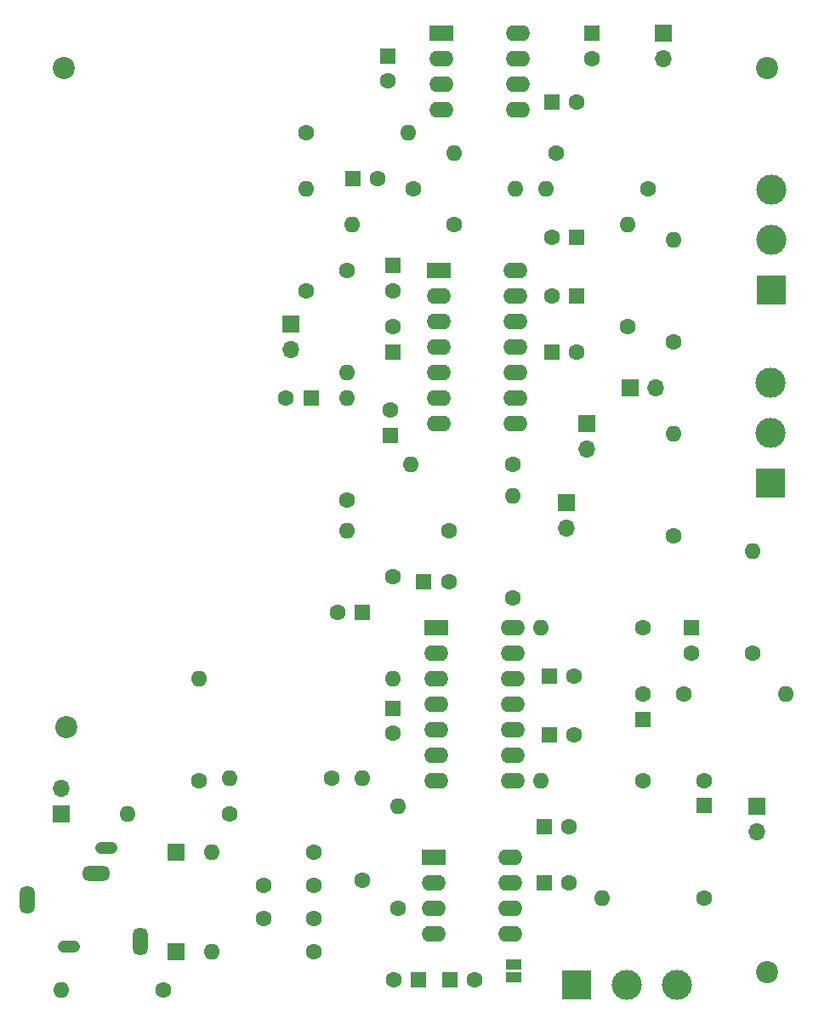
<source format=gbr>
%TF.GenerationSoftware,KiCad,Pcbnew,8.0.4*%
%TF.CreationDate,2025-08-19T11:58:48+03:00*%
%TF.ProjectId,EEG_PCB,4545475f-5043-4422-9e6b-696361645f70,rev?*%
%TF.SameCoordinates,Original*%
%TF.FileFunction,Soldermask,Top*%
%TF.FilePolarity,Negative*%
%FSLAX46Y46*%
G04 Gerber Fmt 4.6, Leading zero omitted, Abs format (unit mm)*
G04 Created by KiCad (PCBNEW 8.0.4) date 2025-08-19 11:58:48*
%MOMM*%
%LPD*%
G01*
G04 APERTURE LIST*
%ADD10R,1.700000X1.700000*%
%ADD11O,1.700000X1.700000*%
%ADD12C,2.200000*%
%ADD13O,1.511200X2.819200*%
%ADD14O,2.219200X1.211200*%
%ADD15O,2.819200X1.511200*%
%ADD16R,1.600000X1.600000*%
%ADD17C,1.600000*%
%ADD18O,1.600000X1.600000*%
%ADD19R,2.400000X1.600000*%
%ADD20O,2.400000X1.600000*%
%ADD21R,3.000000X3.000000*%
%ADD22C,3.000000*%
%ADD23R,1.500000X1.000000*%
G04 APERTURE END LIST*
D10*
%TO.C,J10*%
X144780000Y-124206000D03*
D11*
X144780000Y-121666000D03*
%TD*%
D12*
%TO.C,H4*%
X145288000Y-115570000D03*
%TD*%
%TO.C,H3*%
X215000000Y-140000000D03*
%TD*%
%TO.C,H2*%
X215000000Y-50000000D03*
%TD*%
%TO.C,H1*%
X145000000Y-50000000D03*
%TD*%
D13*
%TO.C,J2*%
X141354000Y-132806000D03*
D14*
X149254000Y-127606000D03*
D15*
X148254000Y-130206000D03*
D13*
X152654000Y-136906000D03*
D14*
X145554000Y-137406000D03*
%TD*%
D16*
%TO.C,C2*%
X193588000Y-53340000D03*
D17*
X196088000Y-53340000D03*
%TD*%
D18*
%TO.C,R6*%
X159766000Y-128016000D03*
D17*
X169926000Y-128016000D03*
%TD*%
D16*
%TO.C,C6*%
X177800000Y-78232000D03*
D17*
X177800000Y-75732000D03*
%TD*%
D18*
%TO.C,R21*%
X189992000Y-61976000D03*
D17*
X179832000Y-61976000D03*
%TD*%
D16*
%TO.C,C5*%
X177800000Y-113729888D03*
D17*
X177800000Y-116229888D03*
%TD*%
D16*
%TO.C,C14*%
X208788000Y-123404000D03*
D17*
X208788000Y-120904000D03*
%TD*%
D19*
%TO.C,U2*%
X182372000Y-70104000D03*
D20*
X182372000Y-72644000D03*
X182372000Y-75184000D03*
X182372000Y-77724000D03*
X182372000Y-80264000D03*
X182372000Y-82804000D03*
X182372000Y-85344000D03*
X189992000Y-85344000D03*
X189992000Y-82804000D03*
X189992000Y-80264000D03*
X189992000Y-77724000D03*
X189992000Y-75184000D03*
X189992000Y-72644000D03*
X189992000Y-70104000D03*
%TD*%
D17*
%TO.C,R16*%
X173228000Y-92964000D03*
D18*
X173228000Y-82804000D03*
%TD*%
D17*
%TO.C,R13*%
X189738000Y-89408000D03*
D18*
X179578000Y-89408000D03*
%TD*%
D17*
%TO.C,R8*%
X158496000Y-120904000D03*
D18*
X158496000Y-110744000D03*
%TD*%
D17*
%TO.C,R12*%
X213614000Y-108204000D03*
D18*
X213614000Y-98044000D03*
%TD*%
D17*
%TO.C,R28*%
X201168000Y-75692000D03*
D18*
X201168000Y-65532000D03*
%TD*%
D17*
%TO.C,R18*%
X194056000Y-58420000D03*
D18*
X183896000Y-58420000D03*
%TD*%
D10*
%TO.C,J9*%
X156210000Y-128016000D03*
%TD*%
D16*
%TO.C,C16*%
X193358888Y-116332000D03*
D17*
X195858888Y-116332000D03*
%TD*%
D10*
%TO.C,J1*%
X204724000Y-46477000D03*
D11*
X204724000Y-49017000D03*
%TD*%
D16*
%TO.C,C9*%
X193358888Y-110490000D03*
D17*
X195858888Y-110490000D03*
%TD*%
D16*
%TO.C,C1*%
X197612000Y-46546888D03*
D17*
X197612000Y-49046888D03*
%TD*%
D21*
%TO.C,RV3*%
X215392000Y-91280000D03*
D22*
X215392000Y-86280000D03*
X215392000Y-81280000D03*
%TD*%
D16*
%TO.C,C18*%
X180848000Y-101092000D03*
D17*
X183348000Y-101092000D03*
%TD*%
D18*
%TO.C,R10*%
X192532000Y-105704000D03*
D17*
X202692000Y-105704000D03*
%TD*%
D10*
%TO.C,J6*%
X195072000Y-93213000D03*
D11*
X195072000Y-95753000D03*
%TD*%
D16*
%TO.C,C7*%
X192850888Y-125476000D03*
D17*
X195350888Y-125476000D03*
%TD*%
%TO.C,R11*%
X206756000Y-112308000D03*
D18*
X216916000Y-112308000D03*
%TD*%
D10*
%TO.C,J4*%
X201417000Y-81788000D03*
D11*
X203957000Y-81788000D03*
%TD*%
D17*
%TO.C,C11*%
X177840000Y-140716000D03*
D16*
X180340000Y-140716000D03*
%TD*%
D17*
%TO.C,R2*%
X178308000Y-133604000D03*
D18*
X178308000Y-123444000D03*
%TD*%
D16*
%TO.C,C3*%
X177292000Y-48768000D03*
D17*
X177292000Y-51268000D03*
%TD*%
D10*
%TO.C,J8*%
X156210000Y-137922000D03*
%TD*%
D17*
%TO.C,C22*%
X193588000Y-66802000D03*
D16*
X196088000Y-66802000D03*
%TD*%
%TO.C,C15*%
X202692000Y-114808000D03*
D17*
X202692000Y-112308000D03*
%TD*%
%TO.C,R9*%
X202692000Y-120944000D03*
D18*
X192532000Y-120944000D03*
%TD*%
D16*
%TO.C,C24*%
X173776000Y-60960000D03*
D17*
X176276000Y-60960000D03*
%TD*%
D10*
%TO.C,J7*%
X213995000Y-123444000D03*
D11*
X213995000Y-125984000D03*
%TD*%
D20*
%TO.C,U3*%
X190231000Y-46492000D03*
X190231000Y-49032000D03*
X190231000Y-51572000D03*
X190231000Y-54112000D03*
X182611000Y-54112000D03*
X182611000Y-51572000D03*
X182611000Y-49032000D03*
D19*
X182611000Y-46492000D03*
%TD*%
D17*
%TO.C,R17*%
X183896000Y-65532000D03*
D18*
X173736000Y-65532000D03*
%TD*%
D16*
%TO.C,C8*%
X183428000Y-140716000D03*
D17*
X185928000Y-140716000D03*
%TD*%
D16*
%TO.C,C4*%
X192850888Y-131064000D03*
D17*
X195350888Y-131064000D03*
%TD*%
%TO.C,R23*%
X205740000Y-77216000D03*
D18*
X205740000Y-67056000D03*
%TD*%
D23*
%TO.C,JP1*%
X189768000Y-140492000D03*
X189768000Y-139192000D03*
%TD*%
D16*
%TO.C,C20*%
X174752000Y-104140000D03*
D17*
X172252000Y-104140000D03*
%TD*%
D16*
%TO.C,C21*%
X169632000Y-82804000D03*
D17*
X167132000Y-82804000D03*
%TD*%
%TO.C,R26*%
X189738000Y-102743000D03*
D18*
X189738000Y-92583000D03*
%TD*%
D19*
%TO.C,U1*%
X181864000Y-128564000D03*
D20*
X181864000Y-131104000D03*
X181864000Y-133644000D03*
X181864000Y-136184000D03*
X189484000Y-136184000D03*
X189484000Y-133644000D03*
X189484000Y-131104000D03*
X189484000Y-128564000D03*
%TD*%
D17*
%TO.C,R19*%
X169164000Y-56388000D03*
D18*
X179324000Y-56388000D03*
%TD*%
D17*
%TO.C,C13*%
X169926000Y-131318000D03*
X164926000Y-131318000D03*
%TD*%
%TO.C,C12*%
X169926000Y-134620000D03*
X164926000Y-134620000D03*
%TD*%
%TO.C,R22*%
X203200000Y-61976000D03*
D18*
X193040000Y-61976000D03*
%TD*%
D17*
%TO.C,R15*%
X183388000Y-96012000D03*
D18*
X173228000Y-96012000D03*
%TD*%
D10*
%TO.C,J5*%
X167640000Y-75433000D03*
D11*
X167640000Y-77973000D03*
%TD*%
D16*
%TO.C,C25*%
X177800000Y-69660888D03*
D17*
X177800000Y-72160888D03*
%TD*%
D18*
%TO.C,R1*%
X159766000Y-137922000D03*
D17*
X169926000Y-137922000D03*
%TD*%
%TO.C,R14*%
X177800000Y-100584000D03*
D18*
X177800000Y-110744000D03*
%TD*%
D16*
%TO.C,C10*%
X193588000Y-78232000D03*
D17*
X196088000Y-78232000D03*
%TD*%
D16*
%TO.C,C19*%
X177521112Y-86549113D03*
D17*
X177521112Y-84049113D03*
%TD*%
D18*
%TO.C,R4*%
X151384000Y-124206000D03*
D17*
X161544000Y-124206000D03*
%TD*%
D10*
%TO.C,J3*%
X197104000Y-85344000D03*
D11*
X197104000Y-87884000D03*
%TD*%
D17*
%TO.C,R27*%
X173228000Y-70104000D03*
D18*
X173228000Y-80264000D03*
%TD*%
D16*
%TO.C,C23*%
X196088000Y-72644000D03*
D17*
X193588000Y-72644000D03*
%TD*%
%TO.C,R25*%
X208788000Y-132588000D03*
D18*
X198628000Y-132588000D03*
%TD*%
D17*
%TO.C,R20*%
X169164000Y-72136000D03*
D18*
X169164000Y-61976000D03*
%TD*%
D17*
%TO.C,R3*%
X171704000Y-120650000D03*
D18*
X161544000Y-120650000D03*
%TD*%
%TO.C,R5*%
X144780000Y-141732000D03*
D17*
X154940000Y-141732000D03*
%TD*%
D16*
%TO.C,C17*%
X207518000Y-105704000D03*
D17*
X207518000Y-108204000D03*
%TD*%
D21*
%TO.C,RV2*%
X215438000Y-72056000D03*
D22*
X215438000Y-67056000D03*
X215438000Y-62056000D03*
%TD*%
D17*
%TO.C,R24*%
X205740000Y-96520000D03*
D18*
X205740000Y-86360000D03*
%TD*%
D17*
%TO.C,R7*%
X174752000Y-130810000D03*
D18*
X174752000Y-120650000D03*
%TD*%
D20*
%TO.C,U4*%
X189723000Y-105699000D03*
X189723000Y-108239000D03*
X189723000Y-110779000D03*
X189723000Y-113319000D03*
X189723000Y-115859000D03*
X189723000Y-118399000D03*
X189723000Y-120939000D03*
X182103000Y-120939000D03*
X182103000Y-118399000D03*
X182103000Y-115859000D03*
X182103000Y-113319000D03*
X182103000Y-110779000D03*
X182103000Y-108239000D03*
D19*
X182103000Y-105699000D03*
%TD*%
D22*
%TO.C,RV1*%
X206088000Y-141224000D03*
X201088000Y-141224000D03*
D21*
X196088000Y-141224000D03*
%TD*%
M02*

</source>
